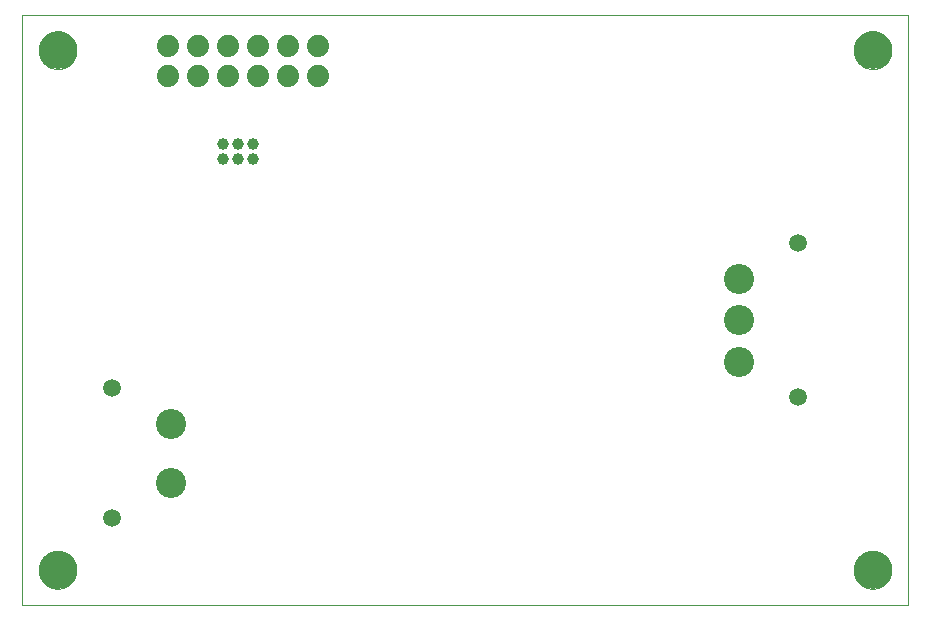
<source format=gbs>
G75*
%MOIN*%
%OFA0B0*%
%FSLAX25Y25*%
%IPPOS*%
%LPD*%
%AMOC8*
5,1,8,0,0,1.08239X$1,22.5*
%
%ADD10C,0.00000*%
%ADD11C,0.12598*%
%ADD12C,0.03937*%
%ADD13C,0.10039*%
%ADD14C,0.05906*%
%ADD15C,0.07400*%
D10*
X0076394Y0056709D02*
X0076394Y0253559D01*
X0371669Y0253559D01*
X0371669Y0056709D01*
X0076394Y0056709D01*
X0081906Y0068520D02*
X0081908Y0068678D01*
X0081914Y0068836D01*
X0081924Y0068994D01*
X0081938Y0069152D01*
X0081956Y0069309D01*
X0081977Y0069466D01*
X0082003Y0069622D01*
X0082033Y0069778D01*
X0082066Y0069933D01*
X0082104Y0070086D01*
X0082145Y0070239D01*
X0082190Y0070391D01*
X0082239Y0070542D01*
X0082292Y0070691D01*
X0082348Y0070839D01*
X0082408Y0070985D01*
X0082472Y0071130D01*
X0082540Y0071273D01*
X0082611Y0071415D01*
X0082685Y0071555D01*
X0082763Y0071692D01*
X0082845Y0071828D01*
X0082929Y0071962D01*
X0083018Y0072093D01*
X0083109Y0072222D01*
X0083204Y0072349D01*
X0083301Y0072474D01*
X0083402Y0072596D01*
X0083506Y0072715D01*
X0083613Y0072832D01*
X0083723Y0072946D01*
X0083836Y0073057D01*
X0083951Y0073166D01*
X0084069Y0073271D01*
X0084190Y0073373D01*
X0084313Y0073473D01*
X0084439Y0073569D01*
X0084567Y0073662D01*
X0084697Y0073752D01*
X0084830Y0073838D01*
X0084965Y0073922D01*
X0085101Y0074001D01*
X0085240Y0074078D01*
X0085381Y0074150D01*
X0085523Y0074220D01*
X0085667Y0074285D01*
X0085813Y0074347D01*
X0085960Y0074405D01*
X0086109Y0074460D01*
X0086259Y0074511D01*
X0086410Y0074558D01*
X0086562Y0074601D01*
X0086715Y0074640D01*
X0086870Y0074676D01*
X0087025Y0074707D01*
X0087181Y0074735D01*
X0087337Y0074759D01*
X0087494Y0074779D01*
X0087652Y0074795D01*
X0087809Y0074807D01*
X0087968Y0074815D01*
X0088126Y0074819D01*
X0088284Y0074819D01*
X0088442Y0074815D01*
X0088601Y0074807D01*
X0088758Y0074795D01*
X0088916Y0074779D01*
X0089073Y0074759D01*
X0089229Y0074735D01*
X0089385Y0074707D01*
X0089540Y0074676D01*
X0089695Y0074640D01*
X0089848Y0074601D01*
X0090000Y0074558D01*
X0090151Y0074511D01*
X0090301Y0074460D01*
X0090450Y0074405D01*
X0090597Y0074347D01*
X0090743Y0074285D01*
X0090887Y0074220D01*
X0091029Y0074150D01*
X0091170Y0074078D01*
X0091309Y0074001D01*
X0091445Y0073922D01*
X0091580Y0073838D01*
X0091713Y0073752D01*
X0091843Y0073662D01*
X0091971Y0073569D01*
X0092097Y0073473D01*
X0092220Y0073373D01*
X0092341Y0073271D01*
X0092459Y0073166D01*
X0092574Y0073057D01*
X0092687Y0072946D01*
X0092797Y0072832D01*
X0092904Y0072715D01*
X0093008Y0072596D01*
X0093109Y0072474D01*
X0093206Y0072349D01*
X0093301Y0072222D01*
X0093392Y0072093D01*
X0093481Y0071962D01*
X0093565Y0071828D01*
X0093647Y0071692D01*
X0093725Y0071555D01*
X0093799Y0071415D01*
X0093870Y0071273D01*
X0093938Y0071130D01*
X0094002Y0070985D01*
X0094062Y0070839D01*
X0094118Y0070691D01*
X0094171Y0070542D01*
X0094220Y0070391D01*
X0094265Y0070239D01*
X0094306Y0070086D01*
X0094344Y0069933D01*
X0094377Y0069778D01*
X0094407Y0069622D01*
X0094433Y0069466D01*
X0094454Y0069309D01*
X0094472Y0069152D01*
X0094486Y0068994D01*
X0094496Y0068836D01*
X0094502Y0068678D01*
X0094504Y0068520D01*
X0094502Y0068362D01*
X0094496Y0068204D01*
X0094486Y0068046D01*
X0094472Y0067888D01*
X0094454Y0067731D01*
X0094433Y0067574D01*
X0094407Y0067418D01*
X0094377Y0067262D01*
X0094344Y0067107D01*
X0094306Y0066954D01*
X0094265Y0066801D01*
X0094220Y0066649D01*
X0094171Y0066498D01*
X0094118Y0066349D01*
X0094062Y0066201D01*
X0094002Y0066055D01*
X0093938Y0065910D01*
X0093870Y0065767D01*
X0093799Y0065625D01*
X0093725Y0065485D01*
X0093647Y0065348D01*
X0093565Y0065212D01*
X0093481Y0065078D01*
X0093392Y0064947D01*
X0093301Y0064818D01*
X0093206Y0064691D01*
X0093109Y0064566D01*
X0093008Y0064444D01*
X0092904Y0064325D01*
X0092797Y0064208D01*
X0092687Y0064094D01*
X0092574Y0063983D01*
X0092459Y0063874D01*
X0092341Y0063769D01*
X0092220Y0063667D01*
X0092097Y0063567D01*
X0091971Y0063471D01*
X0091843Y0063378D01*
X0091713Y0063288D01*
X0091580Y0063202D01*
X0091445Y0063118D01*
X0091309Y0063039D01*
X0091170Y0062962D01*
X0091029Y0062890D01*
X0090887Y0062820D01*
X0090743Y0062755D01*
X0090597Y0062693D01*
X0090450Y0062635D01*
X0090301Y0062580D01*
X0090151Y0062529D01*
X0090000Y0062482D01*
X0089848Y0062439D01*
X0089695Y0062400D01*
X0089540Y0062364D01*
X0089385Y0062333D01*
X0089229Y0062305D01*
X0089073Y0062281D01*
X0088916Y0062261D01*
X0088758Y0062245D01*
X0088601Y0062233D01*
X0088442Y0062225D01*
X0088284Y0062221D01*
X0088126Y0062221D01*
X0087968Y0062225D01*
X0087809Y0062233D01*
X0087652Y0062245D01*
X0087494Y0062261D01*
X0087337Y0062281D01*
X0087181Y0062305D01*
X0087025Y0062333D01*
X0086870Y0062364D01*
X0086715Y0062400D01*
X0086562Y0062439D01*
X0086410Y0062482D01*
X0086259Y0062529D01*
X0086109Y0062580D01*
X0085960Y0062635D01*
X0085813Y0062693D01*
X0085667Y0062755D01*
X0085523Y0062820D01*
X0085381Y0062890D01*
X0085240Y0062962D01*
X0085101Y0063039D01*
X0084965Y0063118D01*
X0084830Y0063202D01*
X0084697Y0063288D01*
X0084567Y0063378D01*
X0084439Y0063471D01*
X0084313Y0063567D01*
X0084190Y0063667D01*
X0084069Y0063769D01*
X0083951Y0063874D01*
X0083836Y0063983D01*
X0083723Y0064094D01*
X0083613Y0064208D01*
X0083506Y0064325D01*
X0083402Y0064444D01*
X0083301Y0064566D01*
X0083204Y0064691D01*
X0083109Y0064818D01*
X0083018Y0064947D01*
X0082929Y0065078D01*
X0082845Y0065212D01*
X0082763Y0065348D01*
X0082685Y0065485D01*
X0082611Y0065625D01*
X0082540Y0065767D01*
X0082472Y0065910D01*
X0082408Y0066055D01*
X0082348Y0066201D01*
X0082292Y0066349D01*
X0082239Y0066498D01*
X0082190Y0066649D01*
X0082145Y0066801D01*
X0082104Y0066954D01*
X0082066Y0067107D01*
X0082033Y0067262D01*
X0082003Y0067418D01*
X0081977Y0067574D01*
X0081956Y0067731D01*
X0081938Y0067888D01*
X0081924Y0068046D01*
X0081914Y0068204D01*
X0081908Y0068362D01*
X0081906Y0068520D01*
X0081906Y0241748D02*
X0081908Y0241906D01*
X0081914Y0242064D01*
X0081924Y0242222D01*
X0081938Y0242380D01*
X0081956Y0242537D01*
X0081977Y0242694D01*
X0082003Y0242850D01*
X0082033Y0243006D01*
X0082066Y0243161D01*
X0082104Y0243314D01*
X0082145Y0243467D01*
X0082190Y0243619D01*
X0082239Y0243770D01*
X0082292Y0243919D01*
X0082348Y0244067D01*
X0082408Y0244213D01*
X0082472Y0244358D01*
X0082540Y0244501D01*
X0082611Y0244643D01*
X0082685Y0244783D01*
X0082763Y0244920D01*
X0082845Y0245056D01*
X0082929Y0245190D01*
X0083018Y0245321D01*
X0083109Y0245450D01*
X0083204Y0245577D01*
X0083301Y0245702D01*
X0083402Y0245824D01*
X0083506Y0245943D01*
X0083613Y0246060D01*
X0083723Y0246174D01*
X0083836Y0246285D01*
X0083951Y0246394D01*
X0084069Y0246499D01*
X0084190Y0246601D01*
X0084313Y0246701D01*
X0084439Y0246797D01*
X0084567Y0246890D01*
X0084697Y0246980D01*
X0084830Y0247066D01*
X0084965Y0247150D01*
X0085101Y0247229D01*
X0085240Y0247306D01*
X0085381Y0247378D01*
X0085523Y0247448D01*
X0085667Y0247513D01*
X0085813Y0247575D01*
X0085960Y0247633D01*
X0086109Y0247688D01*
X0086259Y0247739D01*
X0086410Y0247786D01*
X0086562Y0247829D01*
X0086715Y0247868D01*
X0086870Y0247904D01*
X0087025Y0247935D01*
X0087181Y0247963D01*
X0087337Y0247987D01*
X0087494Y0248007D01*
X0087652Y0248023D01*
X0087809Y0248035D01*
X0087968Y0248043D01*
X0088126Y0248047D01*
X0088284Y0248047D01*
X0088442Y0248043D01*
X0088601Y0248035D01*
X0088758Y0248023D01*
X0088916Y0248007D01*
X0089073Y0247987D01*
X0089229Y0247963D01*
X0089385Y0247935D01*
X0089540Y0247904D01*
X0089695Y0247868D01*
X0089848Y0247829D01*
X0090000Y0247786D01*
X0090151Y0247739D01*
X0090301Y0247688D01*
X0090450Y0247633D01*
X0090597Y0247575D01*
X0090743Y0247513D01*
X0090887Y0247448D01*
X0091029Y0247378D01*
X0091170Y0247306D01*
X0091309Y0247229D01*
X0091445Y0247150D01*
X0091580Y0247066D01*
X0091713Y0246980D01*
X0091843Y0246890D01*
X0091971Y0246797D01*
X0092097Y0246701D01*
X0092220Y0246601D01*
X0092341Y0246499D01*
X0092459Y0246394D01*
X0092574Y0246285D01*
X0092687Y0246174D01*
X0092797Y0246060D01*
X0092904Y0245943D01*
X0093008Y0245824D01*
X0093109Y0245702D01*
X0093206Y0245577D01*
X0093301Y0245450D01*
X0093392Y0245321D01*
X0093481Y0245190D01*
X0093565Y0245056D01*
X0093647Y0244920D01*
X0093725Y0244783D01*
X0093799Y0244643D01*
X0093870Y0244501D01*
X0093938Y0244358D01*
X0094002Y0244213D01*
X0094062Y0244067D01*
X0094118Y0243919D01*
X0094171Y0243770D01*
X0094220Y0243619D01*
X0094265Y0243467D01*
X0094306Y0243314D01*
X0094344Y0243161D01*
X0094377Y0243006D01*
X0094407Y0242850D01*
X0094433Y0242694D01*
X0094454Y0242537D01*
X0094472Y0242380D01*
X0094486Y0242222D01*
X0094496Y0242064D01*
X0094502Y0241906D01*
X0094504Y0241748D01*
X0094502Y0241590D01*
X0094496Y0241432D01*
X0094486Y0241274D01*
X0094472Y0241116D01*
X0094454Y0240959D01*
X0094433Y0240802D01*
X0094407Y0240646D01*
X0094377Y0240490D01*
X0094344Y0240335D01*
X0094306Y0240182D01*
X0094265Y0240029D01*
X0094220Y0239877D01*
X0094171Y0239726D01*
X0094118Y0239577D01*
X0094062Y0239429D01*
X0094002Y0239283D01*
X0093938Y0239138D01*
X0093870Y0238995D01*
X0093799Y0238853D01*
X0093725Y0238713D01*
X0093647Y0238576D01*
X0093565Y0238440D01*
X0093481Y0238306D01*
X0093392Y0238175D01*
X0093301Y0238046D01*
X0093206Y0237919D01*
X0093109Y0237794D01*
X0093008Y0237672D01*
X0092904Y0237553D01*
X0092797Y0237436D01*
X0092687Y0237322D01*
X0092574Y0237211D01*
X0092459Y0237102D01*
X0092341Y0236997D01*
X0092220Y0236895D01*
X0092097Y0236795D01*
X0091971Y0236699D01*
X0091843Y0236606D01*
X0091713Y0236516D01*
X0091580Y0236430D01*
X0091445Y0236346D01*
X0091309Y0236267D01*
X0091170Y0236190D01*
X0091029Y0236118D01*
X0090887Y0236048D01*
X0090743Y0235983D01*
X0090597Y0235921D01*
X0090450Y0235863D01*
X0090301Y0235808D01*
X0090151Y0235757D01*
X0090000Y0235710D01*
X0089848Y0235667D01*
X0089695Y0235628D01*
X0089540Y0235592D01*
X0089385Y0235561D01*
X0089229Y0235533D01*
X0089073Y0235509D01*
X0088916Y0235489D01*
X0088758Y0235473D01*
X0088601Y0235461D01*
X0088442Y0235453D01*
X0088284Y0235449D01*
X0088126Y0235449D01*
X0087968Y0235453D01*
X0087809Y0235461D01*
X0087652Y0235473D01*
X0087494Y0235489D01*
X0087337Y0235509D01*
X0087181Y0235533D01*
X0087025Y0235561D01*
X0086870Y0235592D01*
X0086715Y0235628D01*
X0086562Y0235667D01*
X0086410Y0235710D01*
X0086259Y0235757D01*
X0086109Y0235808D01*
X0085960Y0235863D01*
X0085813Y0235921D01*
X0085667Y0235983D01*
X0085523Y0236048D01*
X0085381Y0236118D01*
X0085240Y0236190D01*
X0085101Y0236267D01*
X0084965Y0236346D01*
X0084830Y0236430D01*
X0084697Y0236516D01*
X0084567Y0236606D01*
X0084439Y0236699D01*
X0084313Y0236795D01*
X0084190Y0236895D01*
X0084069Y0236997D01*
X0083951Y0237102D01*
X0083836Y0237211D01*
X0083723Y0237322D01*
X0083613Y0237436D01*
X0083506Y0237553D01*
X0083402Y0237672D01*
X0083301Y0237794D01*
X0083204Y0237919D01*
X0083109Y0238046D01*
X0083018Y0238175D01*
X0082929Y0238306D01*
X0082845Y0238440D01*
X0082763Y0238576D01*
X0082685Y0238713D01*
X0082611Y0238853D01*
X0082540Y0238995D01*
X0082472Y0239138D01*
X0082408Y0239283D01*
X0082348Y0239429D01*
X0082292Y0239577D01*
X0082239Y0239726D01*
X0082190Y0239877D01*
X0082145Y0240029D01*
X0082104Y0240182D01*
X0082066Y0240335D01*
X0082033Y0240490D01*
X0082003Y0240646D01*
X0081977Y0240802D01*
X0081956Y0240959D01*
X0081938Y0241116D01*
X0081924Y0241274D01*
X0081914Y0241432D01*
X0081908Y0241590D01*
X0081906Y0241748D01*
X0353559Y0241748D02*
X0353561Y0241906D01*
X0353567Y0242064D01*
X0353577Y0242222D01*
X0353591Y0242380D01*
X0353609Y0242537D01*
X0353630Y0242694D01*
X0353656Y0242850D01*
X0353686Y0243006D01*
X0353719Y0243161D01*
X0353757Y0243314D01*
X0353798Y0243467D01*
X0353843Y0243619D01*
X0353892Y0243770D01*
X0353945Y0243919D01*
X0354001Y0244067D01*
X0354061Y0244213D01*
X0354125Y0244358D01*
X0354193Y0244501D01*
X0354264Y0244643D01*
X0354338Y0244783D01*
X0354416Y0244920D01*
X0354498Y0245056D01*
X0354582Y0245190D01*
X0354671Y0245321D01*
X0354762Y0245450D01*
X0354857Y0245577D01*
X0354954Y0245702D01*
X0355055Y0245824D01*
X0355159Y0245943D01*
X0355266Y0246060D01*
X0355376Y0246174D01*
X0355489Y0246285D01*
X0355604Y0246394D01*
X0355722Y0246499D01*
X0355843Y0246601D01*
X0355966Y0246701D01*
X0356092Y0246797D01*
X0356220Y0246890D01*
X0356350Y0246980D01*
X0356483Y0247066D01*
X0356618Y0247150D01*
X0356754Y0247229D01*
X0356893Y0247306D01*
X0357034Y0247378D01*
X0357176Y0247448D01*
X0357320Y0247513D01*
X0357466Y0247575D01*
X0357613Y0247633D01*
X0357762Y0247688D01*
X0357912Y0247739D01*
X0358063Y0247786D01*
X0358215Y0247829D01*
X0358368Y0247868D01*
X0358523Y0247904D01*
X0358678Y0247935D01*
X0358834Y0247963D01*
X0358990Y0247987D01*
X0359147Y0248007D01*
X0359305Y0248023D01*
X0359462Y0248035D01*
X0359621Y0248043D01*
X0359779Y0248047D01*
X0359937Y0248047D01*
X0360095Y0248043D01*
X0360254Y0248035D01*
X0360411Y0248023D01*
X0360569Y0248007D01*
X0360726Y0247987D01*
X0360882Y0247963D01*
X0361038Y0247935D01*
X0361193Y0247904D01*
X0361348Y0247868D01*
X0361501Y0247829D01*
X0361653Y0247786D01*
X0361804Y0247739D01*
X0361954Y0247688D01*
X0362103Y0247633D01*
X0362250Y0247575D01*
X0362396Y0247513D01*
X0362540Y0247448D01*
X0362682Y0247378D01*
X0362823Y0247306D01*
X0362962Y0247229D01*
X0363098Y0247150D01*
X0363233Y0247066D01*
X0363366Y0246980D01*
X0363496Y0246890D01*
X0363624Y0246797D01*
X0363750Y0246701D01*
X0363873Y0246601D01*
X0363994Y0246499D01*
X0364112Y0246394D01*
X0364227Y0246285D01*
X0364340Y0246174D01*
X0364450Y0246060D01*
X0364557Y0245943D01*
X0364661Y0245824D01*
X0364762Y0245702D01*
X0364859Y0245577D01*
X0364954Y0245450D01*
X0365045Y0245321D01*
X0365134Y0245190D01*
X0365218Y0245056D01*
X0365300Y0244920D01*
X0365378Y0244783D01*
X0365452Y0244643D01*
X0365523Y0244501D01*
X0365591Y0244358D01*
X0365655Y0244213D01*
X0365715Y0244067D01*
X0365771Y0243919D01*
X0365824Y0243770D01*
X0365873Y0243619D01*
X0365918Y0243467D01*
X0365959Y0243314D01*
X0365997Y0243161D01*
X0366030Y0243006D01*
X0366060Y0242850D01*
X0366086Y0242694D01*
X0366107Y0242537D01*
X0366125Y0242380D01*
X0366139Y0242222D01*
X0366149Y0242064D01*
X0366155Y0241906D01*
X0366157Y0241748D01*
X0366155Y0241590D01*
X0366149Y0241432D01*
X0366139Y0241274D01*
X0366125Y0241116D01*
X0366107Y0240959D01*
X0366086Y0240802D01*
X0366060Y0240646D01*
X0366030Y0240490D01*
X0365997Y0240335D01*
X0365959Y0240182D01*
X0365918Y0240029D01*
X0365873Y0239877D01*
X0365824Y0239726D01*
X0365771Y0239577D01*
X0365715Y0239429D01*
X0365655Y0239283D01*
X0365591Y0239138D01*
X0365523Y0238995D01*
X0365452Y0238853D01*
X0365378Y0238713D01*
X0365300Y0238576D01*
X0365218Y0238440D01*
X0365134Y0238306D01*
X0365045Y0238175D01*
X0364954Y0238046D01*
X0364859Y0237919D01*
X0364762Y0237794D01*
X0364661Y0237672D01*
X0364557Y0237553D01*
X0364450Y0237436D01*
X0364340Y0237322D01*
X0364227Y0237211D01*
X0364112Y0237102D01*
X0363994Y0236997D01*
X0363873Y0236895D01*
X0363750Y0236795D01*
X0363624Y0236699D01*
X0363496Y0236606D01*
X0363366Y0236516D01*
X0363233Y0236430D01*
X0363098Y0236346D01*
X0362962Y0236267D01*
X0362823Y0236190D01*
X0362682Y0236118D01*
X0362540Y0236048D01*
X0362396Y0235983D01*
X0362250Y0235921D01*
X0362103Y0235863D01*
X0361954Y0235808D01*
X0361804Y0235757D01*
X0361653Y0235710D01*
X0361501Y0235667D01*
X0361348Y0235628D01*
X0361193Y0235592D01*
X0361038Y0235561D01*
X0360882Y0235533D01*
X0360726Y0235509D01*
X0360569Y0235489D01*
X0360411Y0235473D01*
X0360254Y0235461D01*
X0360095Y0235453D01*
X0359937Y0235449D01*
X0359779Y0235449D01*
X0359621Y0235453D01*
X0359462Y0235461D01*
X0359305Y0235473D01*
X0359147Y0235489D01*
X0358990Y0235509D01*
X0358834Y0235533D01*
X0358678Y0235561D01*
X0358523Y0235592D01*
X0358368Y0235628D01*
X0358215Y0235667D01*
X0358063Y0235710D01*
X0357912Y0235757D01*
X0357762Y0235808D01*
X0357613Y0235863D01*
X0357466Y0235921D01*
X0357320Y0235983D01*
X0357176Y0236048D01*
X0357034Y0236118D01*
X0356893Y0236190D01*
X0356754Y0236267D01*
X0356618Y0236346D01*
X0356483Y0236430D01*
X0356350Y0236516D01*
X0356220Y0236606D01*
X0356092Y0236699D01*
X0355966Y0236795D01*
X0355843Y0236895D01*
X0355722Y0236997D01*
X0355604Y0237102D01*
X0355489Y0237211D01*
X0355376Y0237322D01*
X0355266Y0237436D01*
X0355159Y0237553D01*
X0355055Y0237672D01*
X0354954Y0237794D01*
X0354857Y0237919D01*
X0354762Y0238046D01*
X0354671Y0238175D01*
X0354582Y0238306D01*
X0354498Y0238440D01*
X0354416Y0238576D01*
X0354338Y0238713D01*
X0354264Y0238853D01*
X0354193Y0238995D01*
X0354125Y0239138D01*
X0354061Y0239283D01*
X0354001Y0239429D01*
X0353945Y0239577D01*
X0353892Y0239726D01*
X0353843Y0239877D01*
X0353798Y0240029D01*
X0353757Y0240182D01*
X0353719Y0240335D01*
X0353686Y0240490D01*
X0353656Y0240646D01*
X0353630Y0240802D01*
X0353609Y0240959D01*
X0353591Y0241116D01*
X0353577Y0241274D01*
X0353567Y0241432D01*
X0353561Y0241590D01*
X0353559Y0241748D01*
X0353559Y0068520D02*
X0353561Y0068678D01*
X0353567Y0068836D01*
X0353577Y0068994D01*
X0353591Y0069152D01*
X0353609Y0069309D01*
X0353630Y0069466D01*
X0353656Y0069622D01*
X0353686Y0069778D01*
X0353719Y0069933D01*
X0353757Y0070086D01*
X0353798Y0070239D01*
X0353843Y0070391D01*
X0353892Y0070542D01*
X0353945Y0070691D01*
X0354001Y0070839D01*
X0354061Y0070985D01*
X0354125Y0071130D01*
X0354193Y0071273D01*
X0354264Y0071415D01*
X0354338Y0071555D01*
X0354416Y0071692D01*
X0354498Y0071828D01*
X0354582Y0071962D01*
X0354671Y0072093D01*
X0354762Y0072222D01*
X0354857Y0072349D01*
X0354954Y0072474D01*
X0355055Y0072596D01*
X0355159Y0072715D01*
X0355266Y0072832D01*
X0355376Y0072946D01*
X0355489Y0073057D01*
X0355604Y0073166D01*
X0355722Y0073271D01*
X0355843Y0073373D01*
X0355966Y0073473D01*
X0356092Y0073569D01*
X0356220Y0073662D01*
X0356350Y0073752D01*
X0356483Y0073838D01*
X0356618Y0073922D01*
X0356754Y0074001D01*
X0356893Y0074078D01*
X0357034Y0074150D01*
X0357176Y0074220D01*
X0357320Y0074285D01*
X0357466Y0074347D01*
X0357613Y0074405D01*
X0357762Y0074460D01*
X0357912Y0074511D01*
X0358063Y0074558D01*
X0358215Y0074601D01*
X0358368Y0074640D01*
X0358523Y0074676D01*
X0358678Y0074707D01*
X0358834Y0074735D01*
X0358990Y0074759D01*
X0359147Y0074779D01*
X0359305Y0074795D01*
X0359462Y0074807D01*
X0359621Y0074815D01*
X0359779Y0074819D01*
X0359937Y0074819D01*
X0360095Y0074815D01*
X0360254Y0074807D01*
X0360411Y0074795D01*
X0360569Y0074779D01*
X0360726Y0074759D01*
X0360882Y0074735D01*
X0361038Y0074707D01*
X0361193Y0074676D01*
X0361348Y0074640D01*
X0361501Y0074601D01*
X0361653Y0074558D01*
X0361804Y0074511D01*
X0361954Y0074460D01*
X0362103Y0074405D01*
X0362250Y0074347D01*
X0362396Y0074285D01*
X0362540Y0074220D01*
X0362682Y0074150D01*
X0362823Y0074078D01*
X0362962Y0074001D01*
X0363098Y0073922D01*
X0363233Y0073838D01*
X0363366Y0073752D01*
X0363496Y0073662D01*
X0363624Y0073569D01*
X0363750Y0073473D01*
X0363873Y0073373D01*
X0363994Y0073271D01*
X0364112Y0073166D01*
X0364227Y0073057D01*
X0364340Y0072946D01*
X0364450Y0072832D01*
X0364557Y0072715D01*
X0364661Y0072596D01*
X0364762Y0072474D01*
X0364859Y0072349D01*
X0364954Y0072222D01*
X0365045Y0072093D01*
X0365134Y0071962D01*
X0365218Y0071828D01*
X0365300Y0071692D01*
X0365378Y0071555D01*
X0365452Y0071415D01*
X0365523Y0071273D01*
X0365591Y0071130D01*
X0365655Y0070985D01*
X0365715Y0070839D01*
X0365771Y0070691D01*
X0365824Y0070542D01*
X0365873Y0070391D01*
X0365918Y0070239D01*
X0365959Y0070086D01*
X0365997Y0069933D01*
X0366030Y0069778D01*
X0366060Y0069622D01*
X0366086Y0069466D01*
X0366107Y0069309D01*
X0366125Y0069152D01*
X0366139Y0068994D01*
X0366149Y0068836D01*
X0366155Y0068678D01*
X0366157Y0068520D01*
X0366155Y0068362D01*
X0366149Y0068204D01*
X0366139Y0068046D01*
X0366125Y0067888D01*
X0366107Y0067731D01*
X0366086Y0067574D01*
X0366060Y0067418D01*
X0366030Y0067262D01*
X0365997Y0067107D01*
X0365959Y0066954D01*
X0365918Y0066801D01*
X0365873Y0066649D01*
X0365824Y0066498D01*
X0365771Y0066349D01*
X0365715Y0066201D01*
X0365655Y0066055D01*
X0365591Y0065910D01*
X0365523Y0065767D01*
X0365452Y0065625D01*
X0365378Y0065485D01*
X0365300Y0065348D01*
X0365218Y0065212D01*
X0365134Y0065078D01*
X0365045Y0064947D01*
X0364954Y0064818D01*
X0364859Y0064691D01*
X0364762Y0064566D01*
X0364661Y0064444D01*
X0364557Y0064325D01*
X0364450Y0064208D01*
X0364340Y0064094D01*
X0364227Y0063983D01*
X0364112Y0063874D01*
X0363994Y0063769D01*
X0363873Y0063667D01*
X0363750Y0063567D01*
X0363624Y0063471D01*
X0363496Y0063378D01*
X0363366Y0063288D01*
X0363233Y0063202D01*
X0363098Y0063118D01*
X0362962Y0063039D01*
X0362823Y0062962D01*
X0362682Y0062890D01*
X0362540Y0062820D01*
X0362396Y0062755D01*
X0362250Y0062693D01*
X0362103Y0062635D01*
X0361954Y0062580D01*
X0361804Y0062529D01*
X0361653Y0062482D01*
X0361501Y0062439D01*
X0361348Y0062400D01*
X0361193Y0062364D01*
X0361038Y0062333D01*
X0360882Y0062305D01*
X0360726Y0062281D01*
X0360569Y0062261D01*
X0360411Y0062245D01*
X0360254Y0062233D01*
X0360095Y0062225D01*
X0359937Y0062221D01*
X0359779Y0062221D01*
X0359621Y0062225D01*
X0359462Y0062233D01*
X0359305Y0062245D01*
X0359147Y0062261D01*
X0358990Y0062281D01*
X0358834Y0062305D01*
X0358678Y0062333D01*
X0358523Y0062364D01*
X0358368Y0062400D01*
X0358215Y0062439D01*
X0358063Y0062482D01*
X0357912Y0062529D01*
X0357762Y0062580D01*
X0357613Y0062635D01*
X0357466Y0062693D01*
X0357320Y0062755D01*
X0357176Y0062820D01*
X0357034Y0062890D01*
X0356893Y0062962D01*
X0356754Y0063039D01*
X0356618Y0063118D01*
X0356483Y0063202D01*
X0356350Y0063288D01*
X0356220Y0063378D01*
X0356092Y0063471D01*
X0355966Y0063567D01*
X0355843Y0063667D01*
X0355722Y0063769D01*
X0355604Y0063874D01*
X0355489Y0063983D01*
X0355376Y0064094D01*
X0355266Y0064208D01*
X0355159Y0064325D01*
X0355055Y0064444D01*
X0354954Y0064566D01*
X0354857Y0064691D01*
X0354762Y0064818D01*
X0354671Y0064947D01*
X0354582Y0065078D01*
X0354498Y0065212D01*
X0354416Y0065348D01*
X0354338Y0065485D01*
X0354264Y0065625D01*
X0354193Y0065767D01*
X0354125Y0065910D01*
X0354061Y0066055D01*
X0354001Y0066201D01*
X0353945Y0066349D01*
X0353892Y0066498D01*
X0353843Y0066649D01*
X0353798Y0066801D01*
X0353757Y0066954D01*
X0353719Y0067107D01*
X0353686Y0067262D01*
X0353656Y0067418D01*
X0353630Y0067574D01*
X0353609Y0067731D01*
X0353591Y0067888D01*
X0353577Y0068046D01*
X0353567Y0068204D01*
X0353561Y0068362D01*
X0353559Y0068520D01*
D11*
X0359858Y0068520D03*
X0359858Y0241748D03*
X0088205Y0241748D03*
X0088205Y0068520D03*
D12*
X0143244Y0205488D03*
X0148244Y0205488D03*
X0153244Y0205488D03*
X0153244Y0210488D03*
X0148244Y0210488D03*
X0143244Y0210488D03*
D13*
X0126118Y0117220D03*
X0126118Y0097535D03*
X0315213Y0137929D03*
X0315213Y0151709D03*
X0315213Y0165488D03*
D14*
X0334898Y0177299D03*
X0334898Y0126118D03*
X0106433Y0129031D03*
X0106433Y0085724D03*
D15*
X0125016Y0233087D03*
X0125016Y0243087D03*
X0135016Y0243087D03*
X0145016Y0243087D03*
X0155016Y0243087D03*
X0165016Y0243087D03*
X0175016Y0243087D03*
X0175016Y0233087D03*
X0165016Y0233087D03*
X0155016Y0233087D03*
X0145016Y0233087D03*
X0135016Y0233087D03*
M02*

</source>
